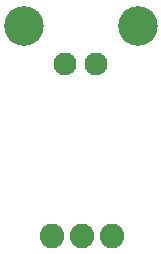
<source format=gbr>
G04 EAGLE Gerber RS-274X export*
G75*
%MOMM*%
%FSLAX34Y34*%
%LPD*%
%INSoldermask Bottom*%
%IPPOS*%
%AMOC8*
5,1,8,0,0,1.08239X$1,22.5*%
G01*
%ADD10C,1.930400*%
%ADD11C,3.352400*%
%ADD12C,2.082800*%


D10*
X56850Y160970D03*
X82850Y160970D03*
D11*
X21590Y193040D03*
X118110Y193040D03*
D12*
X45720Y15240D03*
X71120Y15240D03*
X96520Y15240D03*
M02*

</source>
